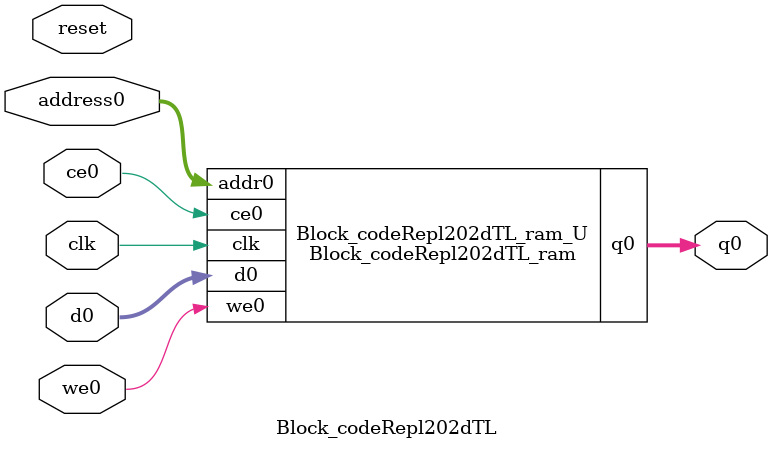
<source format=v>
`timescale 1 ns / 1 ps
module Block_codeRepl202dTL_ram (addr0, ce0, d0, we0, q0,  clk);

parameter DWIDTH = 6;
parameter AWIDTH = 5;
parameter MEM_SIZE = 22;

input[AWIDTH-1:0] addr0;
input ce0;
input[DWIDTH-1:0] d0;
input we0;
output reg[DWIDTH-1:0] q0;
input clk;

(* ram_style = "distributed" *)reg [DWIDTH-1:0] ram[0:MEM_SIZE-1];




always @(posedge clk)  
begin 
    if (ce0) begin
        if (we0) 
            ram[addr0] <= d0; 
        q0 <= ram[addr0];
    end
end


endmodule

`timescale 1 ns / 1 ps
module Block_codeRepl202dTL(
    reset,
    clk,
    address0,
    ce0,
    we0,
    d0,
    q0);

parameter DataWidth = 32'd6;
parameter AddressRange = 32'd22;
parameter AddressWidth = 32'd5;
input reset;
input clk;
input[AddressWidth - 1:0] address0;
input ce0;
input we0;
input[DataWidth - 1:0] d0;
output[DataWidth - 1:0] q0;



Block_codeRepl202dTL_ram Block_codeRepl202dTL_ram_U(
    .clk( clk ),
    .addr0( address0 ),
    .ce0( ce0 ),
    .we0( we0 ),
    .d0( d0 ),
    .q0( q0 ));

endmodule


</source>
